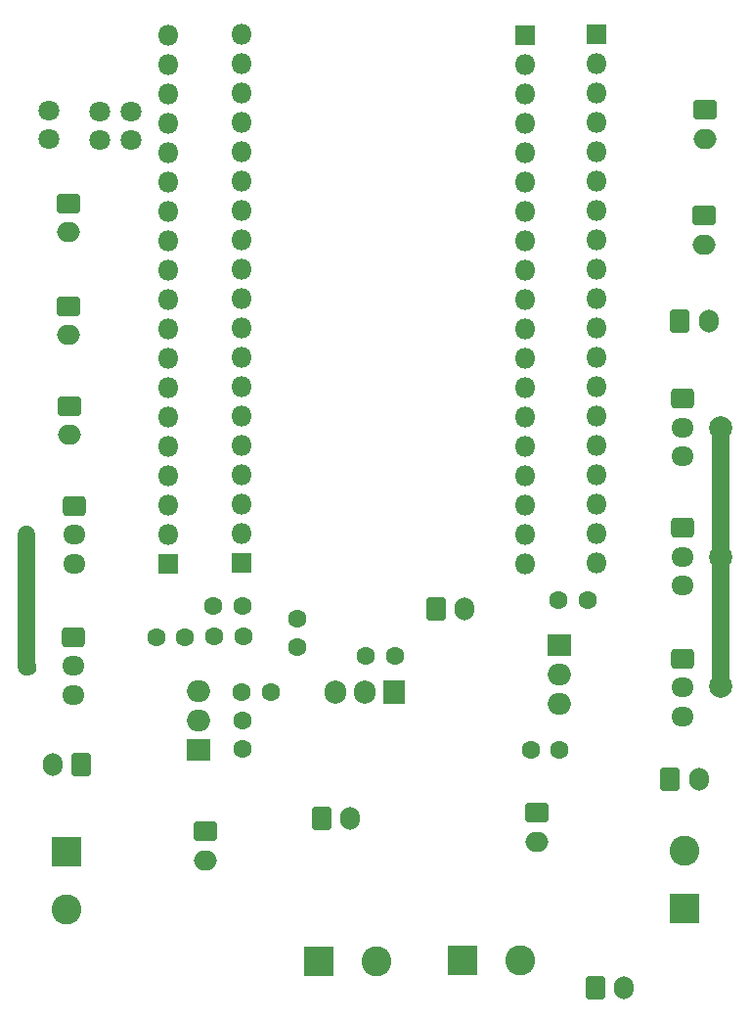
<source format=gbr>
%TF.GenerationSoftware,KiCad,Pcbnew,8.0.1*%
%TF.CreationDate,2025-03-07T15:45:43+02:00*%
%TF.ProjectId,robosoccer 3,726f626f-736f-4636-9365-7220332e6b69,rev?*%
%TF.SameCoordinates,Original*%
%TF.FileFunction,Copper,L1,Top*%
%TF.FilePolarity,Positive*%
%FSLAX46Y46*%
G04 Gerber Fmt 4.6, Leading zero omitted, Abs format (unit mm)*
G04 Created by KiCad (PCBNEW 8.0.1) date 2025-03-07 15:45:43*
%MOMM*%
%LPD*%
G01*
G04 APERTURE LIST*
G04 Aperture macros list*
%AMRoundRect*
0 Rectangle with rounded corners*
0 $1 Rounding radius*
0 $2 $3 $4 $5 $6 $7 $8 $9 X,Y pos of 4 corners*
0 Add a 4 corners polygon primitive as box body*
4,1,4,$2,$3,$4,$5,$6,$7,$8,$9,$2,$3,0*
0 Add four circle primitives for the rounded corners*
1,1,$1+$1,$2,$3*
1,1,$1+$1,$4,$5*
1,1,$1+$1,$6,$7*
1,1,$1+$1,$8,$9*
0 Add four rect primitives between the rounded corners*
20,1,$1+$1,$2,$3,$4,$5,0*
20,1,$1+$1,$4,$5,$6,$7,0*
20,1,$1+$1,$6,$7,$8,$9,0*
20,1,$1+$1,$8,$9,$2,$3,0*%
G04 Aperture macros list end*
%TA.AperFunction,ComponentPad*%
%ADD10RoundRect,0.250000X-0.750000X0.600000X-0.750000X-0.600000X0.750000X-0.600000X0.750000X0.600000X0*%
%TD*%
%TA.AperFunction,ComponentPad*%
%ADD11O,2.000000X1.700000*%
%TD*%
%TA.AperFunction,ComponentPad*%
%ADD12C,1.600000*%
%TD*%
%TA.AperFunction,ComponentPad*%
%ADD13C,1.800000*%
%TD*%
%TA.AperFunction,ComponentPad*%
%ADD14RoundRect,0.250000X-0.600000X-0.750000X0.600000X-0.750000X0.600000X0.750000X-0.600000X0.750000X0*%
%TD*%
%TA.AperFunction,ComponentPad*%
%ADD15O,1.700000X2.000000*%
%TD*%
%TA.AperFunction,ComponentPad*%
%ADD16R,2.600000X2.600000*%
%TD*%
%TA.AperFunction,ComponentPad*%
%ADD17C,2.600000*%
%TD*%
%TA.AperFunction,ComponentPad*%
%ADD18R,1.800000X1.800000*%
%TD*%
%TA.AperFunction,ComponentPad*%
%ADD19O,1.800000X1.800000*%
%TD*%
%TA.AperFunction,ComponentPad*%
%ADD20R,1.800000X1.700000*%
%TD*%
%TA.AperFunction,ComponentPad*%
%ADD21RoundRect,0.250000X-0.725000X0.600000X-0.725000X-0.600000X0.725000X-0.600000X0.725000X0.600000X0*%
%TD*%
%TA.AperFunction,ComponentPad*%
%ADD22O,1.950000X1.700000*%
%TD*%
%TA.AperFunction,ComponentPad*%
%ADD23R,2.000000X1.905000*%
%TD*%
%TA.AperFunction,ComponentPad*%
%ADD24O,2.000000X1.905000*%
%TD*%
%TA.AperFunction,ComponentPad*%
%ADD25R,1.905000X2.000000*%
%TD*%
%TA.AperFunction,ComponentPad*%
%ADD26O,1.905000X2.000000*%
%TD*%
%TA.AperFunction,ComponentPad*%
%ADD27RoundRect,0.250000X0.600000X0.750000X-0.600000X0.750000X-0.600000X-0.750000X0.600000X-0.750000X0*%
%TD*%
%TA.AperFunction,ViaPad*%
%ADD28C,1.400000*%
%TD*%
%TA.AperFunction,ViaPad*%
%ADD29C,2.000000*%
%TD*%
%TA.AperFunction,Conductor*%
%ADD30C,1.000000*%
%TD*%
%TA.AperFunction,Conductor*%
%ADD31C,1.500000*%
%TD*%
G04 APERTURE END LIST*
D10*
%TO.P,J21,1,Pin_1*%
%TO.N,5v-d2*%
X89340000Y-151820000D03*
D11*
%TO.P,J21,2,Pin_2*%
%TO.N,GND*%
X89340000Y-154320000D03*
%TD*%
D12*
%TO.P,C7,1*%
%TO.N,12v*%
X105720000Y-136650000D03*
%TO.P,C7,2*%
%TO.N,GND*%
X103220000Y-136650000D03*
%TD*%
D13*
%TO.P,C9,1*%
%TO.N,3.3V*%
X82930000Y-89540000D03*
%TO.P,C9,2*%
%TO.N,GND*%
X82930000Y-92040000D03*
%TD*%
D12*
%TO.P,C1,1*%
%TO.N,12v*%
X92540000Y-144720000D03*
%TO.P,C1,2*%
%TO.N,GND*%
X92540000Y-142220000D03*
%TD*%
D14*
%TO.P,J7,1,Pin_1*%
%TO.N,5v-d1*%
X129580000Y-147290000D03*
D15*
%TO.P,J7,2,Pin_2*%
%TO.N,GND*%
X132080000Y-147290000D03*
%TD*%
D14*
%TO.P,J16,1,Pin_1*%
%TO.N,3.3V*%
X109270000Y-132620000D03*
D15*
%TO.P,J16,2,Pin_2*%
%TO.N,GND*%
X111770000Y-132620000D03*
%TD*%
D16*
%TO.P,J22,1,Pin_1*%
%TO.N,12v*%
X130800000Y-158490000D03*
D17*
%TO.P,J22,2,Pin_2*%
%TO.N,GND*%
X130800000Y-153490000D03*
%TD*%
D10*
%TO.P,J8,1,Pin_1*%
%TO.N,23*%
X132580000Y-89420000D03*
D11*
%TO.P,J8,2,Pin_2*%
%TO.N,22*%
X132580000Y-91920000D03*
%TD*%
D10*
%TO.P,J6,1,Pin_1*%
%TO.N,27*%
X77540000Y-115050000D03*
D11*
%TO.P,J6,2,Pin_2*%
%TO.N,14*%
X77540000Y-117550000D03*
%TD*%
D10*
%TO.P,J25,1,Pin_1*%
%TO.N,21*%
X132540000Y-98550000D03*
D11*
%TO.P,J25,2,Pin_2*%
%TO.N,19*%
X132540000Y-101050000D03*
%TD*%
D18*
%TO.P,J14,1,Pin_1*%
%TO.N,5v-ESP*%
X86120000Y-128680000D03*
D19*
%TO.P,J14,2,Pin_2*%
%TO.N,CMD*%
X86120000Y-126140000D03*
%TO.P,J14,3,Pin_3*%
%TO.N,SD3*%
X86120000Y-123600000D03*
%TO.P,J14,4,Pin_4*%
%TO.N,SD2*%
X86120000Y-121060000D03*
%TO.P,J14,5,Pin_5*%
%TO.N,13*%
X86120000Y-118520000D03*
%TO.P,J14,6,Pin_6*%
%TO.N,GND*%
X86120000Y-115980000D03*
%TO.P,J14,7,Pin_7*%
%TO.N,12*%
X86120000Y-113440000D03*
%TO.P,J14,8,Pin_8*%
%TO.N,14*%
X86120000Y-110900000D03*
%TO.P,J14,9,Pin_9*%
%TO.N,27*%
X86120000Y-108360000D03*
%TO.P,J14,10,Pin_10*%
%TO.N,26*%
X86120000Y-105820000D03*
%TO.P,J14,11,Pin_11*%
%TO.N,25*%
X86120000Y-103280000D03*
%TO.P,J14,12,Pin_12*%
%TO.N,33*%
X86120000Y-100740000D03*
%TO.P,J14,13,Pin_13*%
%TO.N,32*%
X86120000Y-98200000D03*
%TO.P,J14,14,Pin_14*%
%TO.N,35*%
X86120000Y-95660000D03*
%TO.P,J14,15,Pin_15*%
%TO.N,34*%
X86120000Y-93120000D03*
%TO.P,J14,16,Pin_16*%
%TO.N,39*%
X86120000Y-90580000D03*
%TO.P,J14,17,Pin_17*%
%TO.N,36*%
X86120000Y-88040000D03*
%TO.P,J14,18,Pin_18*%
%TO.N,EN*%
X86120000Y-85500000D03*
%TO.P,J14,19,Pin_19*%
%TO.N,3.3V*%
X86120000Y-82960000D03*
%TD*%
D20*
%TO.P,J1,1,Pin_1*%
%TO.N,GND*%
X117040000Y-82940000D03*
D19*
%TO.P,J1,2,Pin_2*%
%TO.N,23*%
X117040000Y-85480000D03*
%TO.P,J1,3,Pin_3*%
%TO.N,22*%
X117040000Y-88020000D03*
%TO.P,J1,4,Pin_4*%
%TO.N,TX*%
X117040000Y-90560000D03*
%TO.P,J1,5,Pin_5*%
%TO.N,RX*%
X117040000Y-93100000D03*
%TO.P,J1,6,Pin_6*%
%TO.N,21*%
X117040000Y-95640000D03*
%TO.P,J1,7,Pin_7*%
%TO.N,GND*%
X117040000Y-98180000D03*
%TO.P,J1,8,Pin_8*%
%TO.N,19*%
X117040000Y-100720000D03*
%TO.P,J1,9,Pin_9*%
%TO.N,18*%
X117040000Y-103260000D03*
%TO.P,J1,10,Pin_10*%
%TO.N,5*%
X117040000Y-105800000D03*
%TO.P,J1,11,Pin_11*%
%TO.N,17*%
X117040000Y-108340000D03*
%TO.P,J1,12,Pin_12*%
%TO.N,16*%
X117040000Y-110880000D03*
%TO.P,J1,13,Pin_13*%
%TO.N,4*%
X117040000Y-113420000D03*
%TO.P,J1,14,Pin_14*%
%TO.N,0*%
X117040000Y-115960000D03*
%TO.P,J1,15,Pin_15*%
%TO.N,2*%
X117040000Y-118500000D03*
%TO.P,J1,16,Pin_16*%
%TO.N,15*%
X117040000Y-121040000D03*
%TO.P,J1,17,Pin_17*%
%TO.N,SD1*%
X117040000Y-123580000D03*
%TO.P,J1,18,Pin_18*%
%TO.N,SD0*%
X117040000Y-126120000D03*
%TO.P,J1,19,Pin_19*%
%TO.N,CLK*%
X117040000Y-128660000D03*
%TD*%
D21*
%TO.P,J19,1,Pin_1*%
%TO.N,12*%
X77940000Y-123660000D03*
D22*
%TO.P,J19,2,Pin_2*%
%TO.N,5v-3 4*%
X77940000Y-126160000D03*
%TO.P,J19,3,Pin_3*%
%TO.N,GND*%
X77940000Y-128660000D03*
%TD*%
D12*
%TO.P,C2,1*%
%TO.N,5v-3 4*%
X87550000Y-135020000D03*
%TO.P,C2,2*%
%TO.N,GND*%
X85050000Y-135020000D03*
%TD*%
D23*
%TO.P,U3,1,IN*%
%TO.N,12v*%
X88750000Y-144750000D03*
D24*
%TO.P,U3,2,GND*%
%TO.N,GND*%
X88750000Y-142210000D03*
%TO.P,U3,3,OUT*%
%TO.N,5v-3 4*%
X88750000Y-139670000D03*
%TD*%
D14*
%TO.P,J9,1,Pin_1*%
%TO.N,5*%
X130410000Y-107700000D03*
D15*
%TO.P,J9,2,Pin_2*%
%TO.N,18*%
X132910000Y-107700000D03*
%TD*%
D21*
%TO.P,J12,1,Pin_1*%
%TO.N,13*%
X77900000Y-135020000D03*
D22*
%TO.P,J12,2,Pin_2*%
%TO.N,5v-3 4*%
X77900000Y-137520000D03*
%TO.P,J12,3,Pin_3*%
%TO.N,GND*%
X77900000Y-140020000D03*
%TD*%
D12*
%TO.P,C12,1*%
%TO.N,5v-ESP*%
X92590000Y-134990000D03*
%TO.P,C12,2*%
%TO.N,GND*%
X90090000Y-134990000D03*
%TD*%
%TO.P,C13,1*%
%TO.N,5v-ESP*%
X92540000Y-132340000D03*
%TO.P,C13,2*%
%TO.N,GND*%
X90040000Y-132340000D03*
%TD*%
D25*
%TO.P,U2,1,IN*%
%TO.N,12v*%
X105680000Y-139800000D03*
D26*
%TO.P,U2,2,GND*%
%TO.N,GND*%
X103140000Y-139800000D03*
%TO.P,U2,3,OUT*%
%TO.N,5v-ESP*%
X100600000Y-139800000D03*
%TD*%
D23*
%TO.P,U1,1,IN*%
%TO.N,12v*%
X119990000Y-135740000D03*
D24*
%TO.P,U1,2,GND*%
%TO.N,GND*%
X119990000Y-138280000D03*
%TO.P,U1,3,OUT*%
%TO.N,5v-1 2 5*%
X119990000Y-140820000D03*
%TD*%
D12*
%TO.P,C5,1*%
%TO.N,12v*%
X119890000Y-131830000D03*
%TO.P,C5,2*%
%TO.N,GND*%
X122390000Y-131830000D03*
%TD*%
%TO.P,C6,1*%
%TO.N,5v-1 2 5*%
X119990000Y-144800000D03*
%TO.P,C6,2*%
%TO.N,GND*%
X117490000Y-144800000D03*
%TD*%
D10*
%TO.P,J5,1,Pin_1*%
%TO.N,32*%
X77500000Y-97490000D03*
D11*
%TO.P,J5,2,Pin_2*%
%TO.N,33*%
X77500000Y-99990000D03*
%TD*%
D21*
%TO.P,J10,1,Pin_1*%
%TO.N,16*%
X130600000Y-125580000D03*
D22*
%TO.P,J10,2,Pin_2*%
%TO.N,5v-1 2 5*%
X130600000Y-128080000D03*
%TO.P,J10,3,Pin_3*%
%TO.N,GND*%
X130600000Y-130580000D03*
%TD*%
D10*
%TO.P,J15,1,Pin_1*%
%TO.N,5v-d1*%
X118050000Y-150190000D03*
D11*
%TO.P,J15,2,Pin_2*%
%TO.N,GND*%
X118050000Y-152690000D03*
%TD*%
D12*
%TO.P,C11,1*%
%TO.N,5v-ESP*%
X97310000Y-133410000D03*
%TO.P,C11,2*%
%TO.N,GND*%
X97310000Y-135910000D03*
%TD*%
D16*
%TO.P,J23,1,Pin_1*%
%TO.N,GND*%
X77340000Y-153550000D03*
D17*
%TO.P,J23,2,Pin_2*%
%TO.N,12v*%
X77340000Y-158550000D03*
%TD*%
D10*
%TO.P,J24,1,Pin_1*%
%TO.N,25*%
X77500000Y-106410000D03*
D11*
%TO.P,J24,2,Pin_2*%
%TO.N,26*%
X77500000Y-108910000D03*
%TD*%
D27*
%TO.P,J4,1,Pin_1*%
%TO.N,5v-d2*%
X78580000Y-146040000D03*
D15*
%TO.P,J4,2,Pin_2*%
%TO.N,GND*%
X76080000Y-146040000D03*
%TD*%
D13*
%TO.P,C4,1*%
%TO.N,3.3V*%
X80200000Y-89530000D03*
%TO.P,C4,2*%
%TO.N,GND*%
X80200000Y-92030000D03*
%TD*%
D14*
%TO.P,J26,1,Pin_1*%
%TO.N,GND*%
X99380000Y-150660000D03*
D15*
%TO.P,J26,2,Pin_2*%
X101880000Y-150660000D03*
%TD*%
D18*
%TO.P,J13,1,Pin_1*%
%TO.N,GND*%
X123220000Y-82900000D03*
D19*
%TO.P,J13,2,Pin_2*%
%TO.N,23*%
X123220000Y-85440000D03*
%TO.P,J13,3,Pin_3*%
%TO.N,22*%
X123220000Y-87980000D03*
%TO.P,J13,4,Pin_4*%
%TO.N,TX*%
X123220000Y-90520000D03*
%TO.P,J13,5,Pin_5*%
%TO.N,RX*%
X123220000Y-93060000D03*
%TO.P,J13,6,Pin_6*%
%TO.N,21*%
X123220000Y-95600000D03*
%TO.P,J13,7,Pin_7*%
%TO.N,GND*%
X123220000Y-98140000D03*
%TO.P,J13,8,Pin_8*%
%TO.N,19*%
X123220000Y-100680000D03*
%TO.P,J13,9,Pin_9*%
%TO.N,18*%
X123220000Y-103220000D03*
%TO.P,J13,10,Pin_10*%
%TO.N,5*%
X123220000Y-105760000D03*
%TO.P,J13,11,Pin_11*%
%TO.N,17*%
X123220000Y-108300000D03*
%TO.P,J13,12,Pin_12*%
%TO.N,16*%
X123220000Y-110840000D03*
%TO.P,J13,13,Pin_13*%
%TO.N,4*%
X123220000Y-113380000D03*
%TO.P,J13,14,Pin_14*%
%TO.N,0*%
X123220000Y-115920000D03*
%TO.P,J13,15,Pin_15*%
%TO.N,2*%
X123220000Y-118460000D03*
%TO.P,J13,16,Pin_16*%
%TO.N,15*%
X123220000Y-121000000D03*
%TO.P,J13,17,Pin_17*%
%TO.N,SD1*%
X123220000Y-123540000D03*
%TO.P,J13,18,Pin_18*%
%TO.N,SD0*%
X123220000Y-126080000D03*
%TO.P,J13,19,Pin_19*%
%TO.N,CLK*%
X123220000Y-128620000D03*
%TD*%
D12*
%TO.P,C8,1*%
%TO.N,5v-ESP*%
X94960000Y-139770000D03*
%TO.P,C8,2*%
%TO.N,GND*%
X92460000Y-139770000D03*
%TD*%
D21*
%TO.P,J20,1,Pin_1*%
%TO.N,17*%
X130640000Y-114380000D03*
D22*
%TO.P,J20,2,Pin_2*%
%TO.N,5v-1 2 5*%
X130640000Y-116880000D03*
%TO.P,J20,3,Pin_3*%
%TO.N,GND*%
X130640000Y-119380000D03*
%TD*%
D16*
%TO.P,J3,1,Pin_1*%
%TO.N,12v*%
X111580000Y-163015000D03*
D17*
%TO.P,J3,2,Pin_2*%
%TO.N,GND*%
X116580000Y-163015000D03*
%TD*%
D16*
%TO.P,J18,1,Pin_1*%
%TO.N,12v*%
X99110000Y-163055000D03*
D17*
%TO.P,J18,2,Pin_2*%
%TO.N,GND*%
X104110000Y-163055000D03*
%TD*%
D18*
%TO.P,J2,1,Pin_1*%
%TO.N,5v-ESP*%
X92450000Y-128630000D03*
D19*
%TO.P,J2,2,Pin_2*%
%TO.N,CMD*%
X92450000Y-126090000D03*
%TO.P,J2,3,Pin_3*%
%TO.N,SD3*%
X92450000Y-123550000D03*
%TO.P,J2,4,Pin_4*%
%TO.N,SD2*%
X92450000Y-121010000D03*
%TO.P,J2,5,Pin_5*%
%TO.N,13*%
X92450000Y-118470000D03*
%TO.P,J2,6,Pin_6*%
%TO.N,GND*%
X92450000Y-115930000D03*
%TO.P,J2,7,Pin_7*%
%TO.N,12*%
X92450000Y-113390000D03*
%TO.P,J2,8,Pin_8*%
%TO.N,14*%
X92450000Y-110850000D03*
%TO.P,J2,9,Pin_9*%
%TO.N,27*%
X92450000Y-108310000D03*
%TO.P,J2,10,Pin_10*%
%TO.N,26*%
X92450000Y-105770000D03*
%TO.P,J2,11,Pin_11*%
%TO.N,25*%
X92450000Y-103230000D03*
%TO.P,J2,12,Pin_12*%
%TO.N,33*%
X92450000Y-100690000D03*
%TO.P,J2,13,Pin_13*%
%TO.N,32*%
X92450000Y-98150000D03*
%TO.P,J2,14,Pin_14*%
%TO.N,35*%
X92450000Y-95610000D03*
%TO.P,J2,15,Pin_15*%
%TO.N,34*%
X92450000Y-93070000D03*
%TO.P,J2,16,Pin_16*%
%TO.N,39*%
X92450000Y-90530000D03*
%TO.P,J2,17,Pin_17*%
%TO.N,36*%
X92450000Y-87990000D03*
%TO.P,J2,18,Pin_18*%
%TO.N,EN*%
X92450000Y-85450000D03*
%TO.P,J2,19,Pin_19*%
%TO.N,3.3V*%
X92450000Y-82910000D03*
%TD*%
D14*
%TO.P,J17,1,Pin_1*%
%TO.N,12v*%
X123080000Y-165370000D03*
D15*
%TO.P,J17,2,Pin_2*%
%TO.N,GND*%
X125580000Y-165370000D03*
%TD*%
D21*
%TO.P,J11,1,Pin_1*%
%TO.N,4*%
X130640000Y-136860000D03*
D22*
%TO.P,J11,2,Pin_2*%
%TO.N,5v-1 2 5*%
X130640000Y-139360000D03*
%TO.P,J11,3,Pin_3*%
%TO.N,GND*%
X130640000Y-141860000D03*
%TD*%
D13*
%TO.P,C10,1*%
%TO.N,3.3V*%
X75750000Y-89470000D03*
%TO.P,C10,2*%
%TO.N,GND*%
X75750000Y-91970000D03*
%TD*%
D28*
%TO.N,5v-3 4*%
X73960000Y-137690000D03*
X73840000Y-126180000D03*
D29*
%TO.N,5v-1 2 5*%
X133940000Y-139260000D03*
X133940000Y-116890000D03*
X133940000Y-128090000D03*
%TD*%
D30*
%TO.N,GND*%
X92130000Y-115980000D02*
X92160000Y-115950000D01*
%TO.N,14*%
X92130000Y-110900000D02*
X92160000Y-110870000D01*
%TO.N,SD2*%
X92130000Y-121060000D02*
X92160000Y-121030000D01*
%TO.N,CMD*%
X92130000Y-126140000D02*
X92160000Y-126110000D01*
%TO.N,13*%
X92130000Y-118520000D02*
X92160000Y-118490000D01*
%TO.N,27*%
X92130000Y-108360000D02*
X92160000Y-108330000D01*
%TO.N,12*%
X92130000Y-113440000D02*
X92160000Y-113410000D01*
%TO.N,SD3*%
X92130000Y-123600000D02*
X92160000Y-123570000D01*
%TO.N,5v-ESP*%
X92130000Y-128680000D02*
X92160000Y-128650000D01*
D31*
%TO.N,5v-3 4*%
X73840000Y-126180000D02*
X73840000Y-137570000D01*
%TO.N,5v-1 2 5*%
X133940000Y-116890000D02*
X133940000Y-128090000D01*
X133940000Y-128090000D02*
X133940000Y-139260000D01*
%TD*%
M02*

</source>
